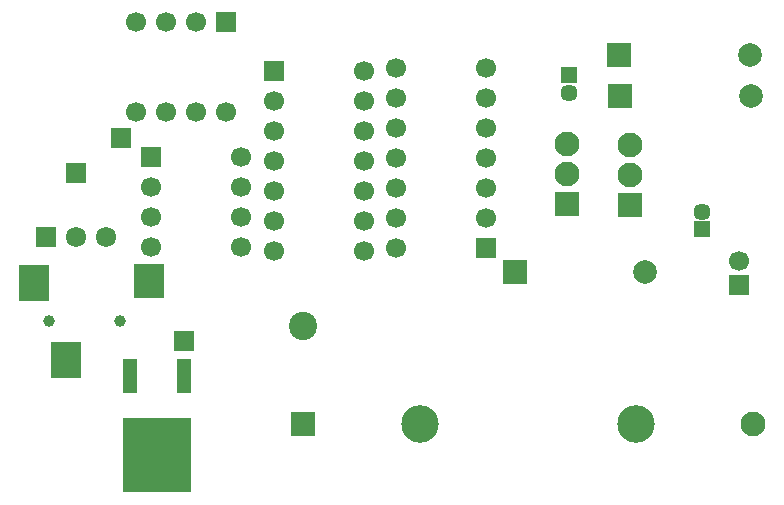
<source format=gbr>
G04 DipTrace 3.2.0.1*
G04 TopMask.gbr*
%MOMM*%
G04 #@! TF.FileFunction,Soldermask,Top*
G04 #@! TF.Part,Single*
%ADD40C,1.0*%
%ADD41C,3.18*%
%ADD42C,2.4*%
%ADD50R,5.75X6.35*%
%ADD52R,1.2X2.95*%
%ADD54C,1.724*%
%ADD56R,1.724X1.724*%
%ADD60C,1.7*%
%ADD62R,1.7X1.7*%
%ADD64C,2.1*%
%ADD65R,2.1X2.1*%
%ADD66R,2.6X3.15*%
%ADD68R,2.6X2.85*%
%ADD70C,2.0*%
%ADD72R,2.0X2.0*%
%ADD74C,1.45*%
%ADD76R,1.45X1.45*%
%FSLAX35Y35*%
G04*
G71*
G90*
G75*
G01*
G04 TopMask*
%LPD*%
D76*
X565800Y1231147D3*
D74*
Y1081147D3*
D76*
X1693237Y-78180D3*
D74*
Y71820D3*
D72*
X1000787Y1055637D3*
D70*
X2105787D3*
D72*
X993800Y1396447D3*
D70*
X2098800D3*
D72*
X110480Y-435537D3*
D70*
X1215480D3*
D68*
X-2990460Y-513160D3*
D66*
X-3690460Y-1183160D3*
X-3960460Y-528160D3*
D40*
X-3830460Y-855660D3*
X-3230460D3*
D65*
X-1681743Y-1726793D3*
D64*
X2128257D3*
D41*
X-691743D3*
X1138257D3*
D42*
X-1681743Y-893793D3*
D62*
X2012087Y-544593D3*
D60*
Y-344593D3*
D56*
X-3862370Y-144157D3*
D54*
X-3608370D3*
X-3354370D3*
D62*
X-2694067Y-1021557D3*
X-3601540Y397737D3*
X-3220000Y698500D3*
X-2337770Y1675777D3*
D60*
X-2591770D3*
X-2845770D3*
X-3099770D3*
Y913777D3*
X-2845770D3*
X-2591770D3*
X-2337770D3*
D62*
X-1927137Y1259530D3*
D60*
Y1005530D3*
Y751530D3*
Y497530D3*
Y243530D3*
Y-10470D3*
Y-264470D3*
X-1165137D3*
Y-10470D3*
Y243530D3*
Y497530D3*
Y751530D3*
Y1005530D3*
Y1259530D3*
D52*
X-2692027Y-1321700D3*
X-3148027D3*
D50*
X-2920027Y-1991700D3*
D62*
X-137553Y-231367D3*
D60*
Y22633D3*
Y276633D3*
Y530633D3*
Y784633D3*
Y1038633D3*
Y1292633D3*
X-899553D3*
Y1038633D3*
Y784633D3*
Y530633D3*
Y276633D3*
Y22633D3*
Y-231367D3*
D62*
X-2966157Y534977D3*
D60*
Y280977D3*
Y26977D3*
Y-227023D3*
X-2204157D3*
Y26977D3*
Y280977D3*
Y534977D3*
D65*
X549530Y140667D3*
D64*
Y394667D3*
Y648667D3*
D65*
X1084693Y131327D3*
D64*
Y385327D3*
Y639327D3*
M02*

</source>
